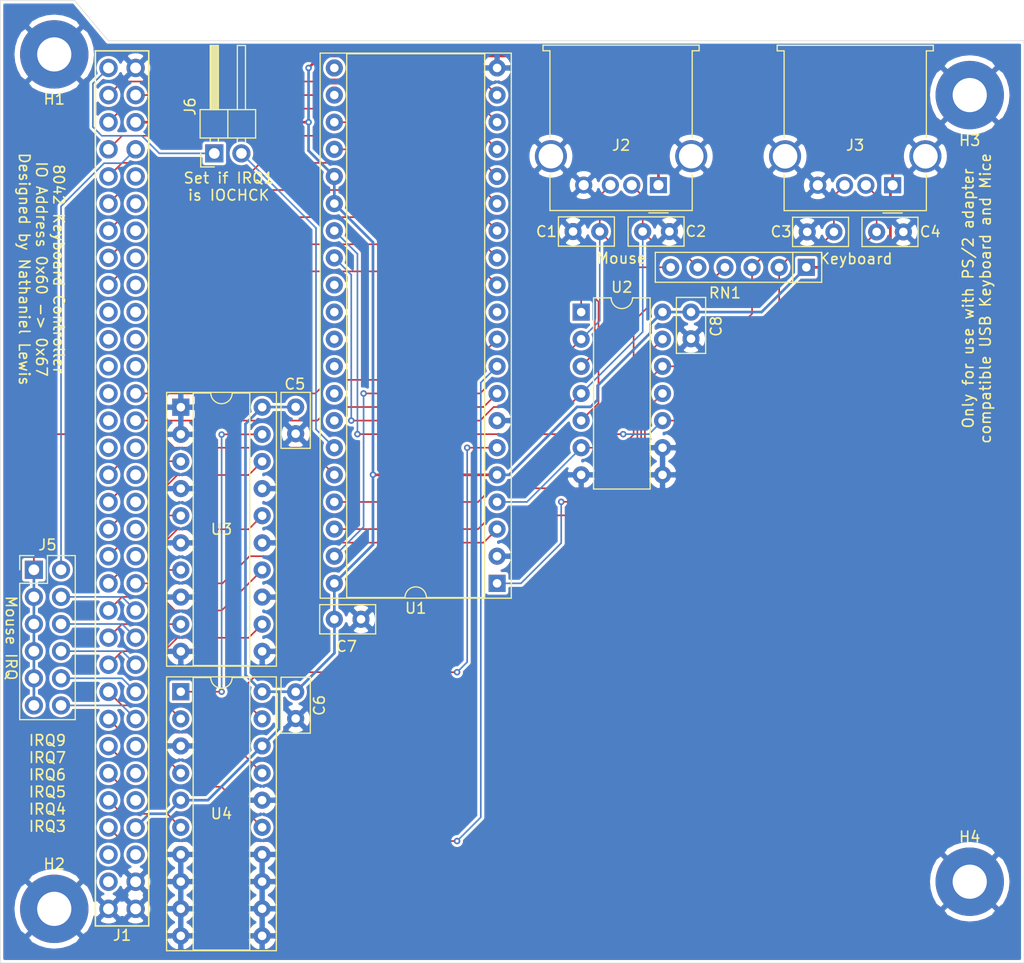
<source format=kicad_pcb>
(kicad_pcb (version 20171130) (host pcbnew 5.1.9)
  (layers (0 F.Cu signal) (31 B.Cu signal) (34 B.Paste user) (35 F.Paste user) (36 B.SilkS user) (37 F.SilkS user) (38 B.Mask user) (39 F.Mask user) (44 Edge.Cuts user))
  (net 0 "")
  (net 1 "Net-(J1-Pad10A)")
  (net 2 "Net-(J1-Pad11A)")
  (net 3 GND)
  (net 4 "Net-(J1-Pad5B)")
  (net 5 "Net-(J1-Pad6B)")
  (net 6 "Net-(J1-Pad7B)")
  (net 7 "Net-(J1-Pad8B)")
  (net 8 "Net-(J1-Pad9B)")
  (net 9 "Net-(J1-Pad10B)")
  (net 10 "Net-(J1-Pad17B)")
  (net 11 "Net-(J1-Pad18B)")
  (net 12 "Net-(J1-Pad26B)")
  (net 13 "Net-(J1-Pad27B)")
  (net 14 "Net-(J1-Pad28B)")
  (net 15 "Net-(J1-Pad30B)")
  (net 16 ~IOR)
  (net 17 ~IOW)
  (net 18 ~RESET)
  (net 19 /D0)
  (net 20 /D1)
  (net 21 /D2)
  (net 22 /D3)
  (net 23 /D4)
  (net 24 /D5)
  (net 25 /D6)
  (net 26 /D7)
  (net 27 "Net-(U1-Pad38)")
  (net 28 "Net-(U1-Pad37)")
  (net 29 "Net-(U1-Pad34)")
  (net 30 "Net-(U1-Pad33)")
  (net 31 "Net-(U1-Pad32)")
  (net 32 "Net-(U1-Pad31)")
  (net 33 "Net-(U1-Pad11)")
  (net 34 "Net-(U1-Pad30)")
  (net 35 "Net-(U1-Pad29)")
  (net 36 "Net-(U1-Pad24)")
  (net 37 "Net-(U1-Pad23)")
  (net 38 "Net-(U1-Pad22)")
  (net 39 "Net-(U1-Pad21)")
  (net 40 /KBD_CLK)
  (net 41 /KBD_DATA)
  (net 42 /MS_CLK)
  (net 43 /MS_DATA)
  (net 44 +5V)
  (net 45 CLK)
  (net 46 /A0)
  (net 47 /A1)
  (net 48 /A2)
  (net 49 /A3)
  (net 50 /A4)
  (net 51 /A5)
  (net 52 /A6)
  (net 53 /A7)
  (net 54 /A8)
  (net 55 /A9)
  (net 56 /A10)
  (net 57 /A11)
  (net 58 /A12)
  (net 59 /A13)
  (net 60 /A14)
  (net 61 /A15)
  (net 62 ~8242_CS)
  (net 63 "Net-(U3-Pad19)")
  (net 64 ~IRQ3)
  (net 65 ~IRQ4)
  (net 66 ~IRQ5)
  (net 67 ~IRQ6)
  (net 68 ~IRQ7)
  (net 69 ~IRQ9)
  (net 70 ~IRQ_MS)
  (net 71 ~IRQ_KBD)
  (net 72 ~IRQ1)
  (net 73 "Net-(J1-Pad19B)")
  (net 74 "Net-(J1-Pad16B)")
  (net 75 "Net-(J1-Pad15B)")
  (net 76 "Net-(J1-Pad12B)")
  (net 77 "Net-(J1-Pad11B)")
  (net 78 "Net-(J1-Pad15A)")
  (net 79 "Net-(J1-Pad14A)")
  (net 80 "Net-(J1-Pad13A)")
  (net 81 "Net-(J1-Pad12A)")
  (net 82 "Net-(J1-Pad2B)")
  (module Resistor_THT:R_Array_SIP6 (layer F.Cu) (at 176.4665 80.9625 180)
    (fp_text reference RN1 (at 7.62 -2.4) (layer F.SilkS))
    (fp_text value 10K)
    (pad 6 thru_hole oval (at 12.7 0 180) (size 1.6 1.6) (drill 0.8) (layers *.Cu *.Mask) (net 42 /MS_CLK))
    (pad 5 thru_hole oval (at 10.16 0 180) (size 1.6 1.6) (drill 0.8) (layers *.Cu *.Mask) (net 43 /MS_DATA))
    (pad 4 thru_hole oval (at 7.62 0 180) (size 1.6 1.6) (drill 0.8) (layers *.Cu *.Mask) (net 18 ~RESET))
    (pad 3 thru_hole oval (at 5.08 0 180) (size 1.6 1.6) (drill 0.8) (layers *.Cu *.Mask) (net 40 /KBD_CLK))
    (pad 2 thru_hole oval (at 2.54 0 180) (size 1.6 1.6) (drill 0.8) (layers *.Cu *.Mask) (net 41 /KBD_DATA))
    (pad 1 thru_hole rect (at 0 0 180) (size 1.6 1.6) (drill 0.8) (layers *.Cu *.Mask) (net 44 +5V))
  )
  (module Capacitor_THT:C_Disc_D5.0mm_W2.5mm_P2.50mm (layer F.Cu) (at 165.6715 85.1535 270)
    (fp_text reference C8 (at 1.3335 -2.3495 90) (layer F.SilkS))
    (fp_text value 0.1uF)
    (pad 2 thru_hole circle (at 2.5 0 270) (size 1.6 1.6) (drill 0.8) (layers *.Cu *.Mask) (net 3 GND))
    (pad 1 thru_hole circle (at 0 0 270) (size 1.6 1.6) (drill 0.8) (layers *.Cu *.Mask) (net 44 +5V))
  )
  (module Capacitor_THT:C_Disc_D5.0mm_W2.5mm_P2.50mm (layer F.Cu) (at 132.2705 113.919)
    (fp_text reference C7 (at 1.143 2.54) (layer F.SilkS))
    (fp_text value 0.1uF)
    (pad 2 thru_hole circle (at 2.5 0) (size 1.6 1.6) (drill 0.8) (layers *.Cu *.Mask) (net 3 GND))
    (pad 1 thru_hole circle (at 0 0) (size 1.6 1.6) (drill 0.8) (layers *.Cu *.Mask) (net 44 +5V))
  )
  (module Capacitor_THT:C_Disc_D5.0mm_W2.5mm_P2.50mm (layer F.Cu) (at 128.651 120.7135 270)
    (fp_text reference C6 (at 1.27 -2.2225 90) (layer F.SilkS))
    (fp_text value 0.1uF)
    (pad 2 thru_hole circle (at 2.5 0 270) (size 1.6 1.6) (drill 0.8) (layers *.Cu *.Mask) (net 3 GND))
    (pad 1 thru_hole circle (at 0 0 270) (size 1.6 1.6) (drill 0.8) (layers *.Cu *.Mask) (net 44 +5V))
  )
  (module Capacitor_THT:C_Disc_D5.0mm_W2.5mm_P2.50mm (layer F.Cu) (at 128.651 94.0435 270)
    (fp_text reference C5 (at -2.1463 0.0762 180) (layer F.SilkS))
    (fp_text value 0.1uF)
    (pad 2 thru_hole circle (at 2.5 0 270) (size 1.6 1.6) (drill 0.8) (layers *.Cu *.Mask) (net 3 GND))
    (pad 1 thru_hole circle (at 0 0 270) (size 1.6 1.6) (drill 0.8) (layers *.Cu *.Mask) (net 44 +5V))
  )
  (module Capacitor_THT:C_Disc_D5.0mm_W2.5mm_P2.50mm (layer F.Cu) (at 157.1244 77.6097 180)
    (fp_text reference C1 (at 4.9944 -0.00254) (layer F.SilkS))
    (fp_text value 47pF)
    (pad 2 thru_hole circle (at 2.5 0 180) (size 1.6 1.6) (drill 0.8) (layers *.Cu *.Mask) (net 3 GND))
    (pad 1 thru_hole circle (at 0 0 180) (size 1.6 1.6) (drill 0.8) (layers *.Cu *.Mask) (net 42 /MS_CLK))
  )
  (module Connector_PinHeader_2.54mm:PinHeader_1x02_P2.54mm_Horizontal (layer F.Cu) (at 121.031 70.2945 90)
    (fp_text reference J6 (at 4.385 -2.27 90) (layer F.SilkS))
    (fp_text value IRQ1)
    (pad 2 thru_hole oval (at 0 2.54 90) (size 1.7 1.7) (drill 1) (layers *.Cu *.Mask) (net 71 ~IRQ_KBD))
    (pad 1 thru_hole rect (at 0 0 90) (size 1.7 1.7) (drill 1) (layers *.Cu *.Mask) (net 72 ~IRQ1))
  )
  (module Connector_USB:USB_A_Molex_67643_Horizontal (layer F.Cu) (at 184.54624 73.27392 180)
    (fp_text reference J3 (at 3.50774 3.74142) (layer F.SilkS))
    (fp_text value Keyboard)
    (pad 4 thru_hole circle (at 7 0 180) (size 1.6 1.6) (drill 0.95) (layers *.Cu *.Mask) (net 3 GND))
    (pad 3 thru_hole circle (at 4.5 0 180) (size 1.6 1.6) (drill 0.95) (layers *.Cu *.Mask) (net 40 /KBD_CLK))
    (pad 2 thru_hole circle (at 2.5 0 180) (size 1.6 1.6) (drill 0.95) (layers *.Cu *.Mask) (net 41 /KBD_DATA))
    (pad 1 thru_hole rect (at 0 0 180) (size 1.6 1.5) (drill 0.95) (layers *.Cu *.Mask) (net 44 +5V))
    (pad 5 thru_hole circle (at 10.07 2.71 180) (size 3 3) (drill 2.3) (layers *.Cu *.Mask) (net 3 GND))
    (pad 5 thru_hole circle (at -3.07 2.71 180) (size 3 3) (drill 2.3) (layers *.Cu *.Mask) (net 3 GND))
  )
  (module Connector_PinHeader_2.54mm:PinHeader_2x06_P2.54mm_Vertical (layer F.Cu) (at 104.14 109.2835)
    (fp_text reference J5 (at 1.27 -2.33) (layer F.SilkS))
    (fp_text value "Mouse IRQ")
    (pad 12 thru_hole oval (at 2.54 12.7) (size 1.7 1.7) (drill 1) (layers *.Cu *.Mask) (net 64 ~IRQ3))
    (pad 11 thru_hole oval (at 0 12.7) (size 1.7 1.7) (drill 1) (layers *.Cu *.Mask) (net 70 ~IRQ_MS))
    (pad 10 thru_hole oval (at 2.54 10.16) (size 1.7 1.7) (drill 1) (layers *.Cu *.Mask) (net 65 ~IRQ4))
    (pad 9 thru_hole oval (at 0 10.16) (size 1.7 1.7) (drill 1) (layers *.Cu *.Mask) (net 70 ~IRQ_MS))
    (pad 8 thru_hole oval (at 2.54 7.62) (size 1.7 1.7) (drill 1) (layers *.Cu *.Mask) (net 66 ~IRQ5))
    (pad 7 thru_hole oval (at 0 7.62) (size 1.7 1.7) (drill 1) (layers *.Cu *.Mask) (net 70 ~IRQ_MS))
    (pad 6 thru_hole oval (at 2.54 5.08) (size 1.7 1.7) (drill 1) (layers *.Cu *.Mask) (net 67 ~IRQ6))
    (pad 5 thru_hole oval (at 0 5.08) (size 1.7 1.7) (drill 1) (layers *.Cu *.Mask) (net 70 ~IRQ_MS))
    (pad 4 thru_hole oval (at 2.54 2.54) (size 1.7 1.7) (drill 1) (layers *.Cu *.Mask) (net 68 ~IRQ7))
    (pad 3 thru_hole oval (at 0 2.54) (size 1.7 1.7) (drill 1) (layers *.Cu *.Mask) (net 70 ~IRQ_MS))
    (pad 2 thru_hole oval (at 2.54 0) (size 1.7 1.7) (drill 1) (layers *.Cu *.Mask) (net 69 ~IRQ9))
    (pad 1 thru_hole rect (at 0 0) (size 1.7 1.7) (drill 1) (layers *.Cu *.Mask) (net 70 ~IRQ_MS))
  )
  (module Package_DIP:DIP-20_W7.62mm_Socket (layer F.Cu) (at 117.89156 120.7008)
    (fp_text reference U4 (at 3.80492 11.42492) (layer F.SilkS))
    (fp_text value 74LS688)
    (pad 20 thru_hole oval (at 7.62 0) (size 1.6 1.6) (drill 0.8) (layers *.Cu *.Mask) (net 44 +5V))
    (pad 10 thru_hole oval (at 0 22.86) (size 1.6 1.6) (drill 0.8) (layers *.Cu *.Mask) (net 3 GND))
    (pad 19 thru_hole oval (at 7.62 2.54) (size 1.6 1.6) (drill 0.8) (layers *.Cu *.Mask) (net 62 ~8242_CS))
    (pad 9 thru_hole oval (at 0 20.32) (size 1.6 1.6) (drill 0.8) (layers *.Cu *.Mask) (net 3 GND))
    (pad 18 thru_hole oval (at 7.62 5.08) (size 1.6 1.6) (drill 0.8) (layers *.Cu *.Mask) (net 44 +5V))
    (pad 8 thru_hole oval (at 0 17.78) (size 1.6 1.6) (drill 0.8) (layers *.Cu *.Mask) (net 3 GND))
    (pad 17 thru_hole oval (at 7.62 7.62) (size 1.6 1.6) (drill 0.8) (layers *.Cu *.Mask) (net 52 /A6))
    (pad 7 thru_hole oval (at 0 15.24) (size 1.6 1.6) (drill 0.8) (layers *.Cu *.Mask) (net 3 GND))
    (pad 16 thru_hole oval (at 7.62 10.16) (size 1.6 1.6) (drill 0.8) (layers *.Cu *.Mask) (net 3 GND))
    (pad 6 thru_hole oval (at 0 12.7) (size 1.6 1.6) (drill 0.8) (layers *.Cu *.Mask) (net 49 /A3))
    (pad 15 thru_hole oval (at 7.62 12.7) (size 1.6 1.6) (drill 0.8) (layers *.Cu *.Mask) (net 50 /A4))
    (pad 5 thru_hole oval (at 0 10.16) (size 1.6 1.6) (drill 0.8) (layers *.Cu *.Mask) (net 44 +5V))
    (pad 14 thru_hole oval (at 7.62 15.24) (size 1.6 1.6) (drill 0.8) (layers *.Cu *.Mask) (net 3 GND))
    (pad 4 thru_hole oval (at 0 7.62) (size 1.6 1.6) (drill 0.8) (layers *.Cu *.Mask) (net 51 /A5))
    (pad 13 thru_hole oval (at 7.62 17.78) (size 1.6 1.6) (drill 0.8) (layers *.Cu *.Mask) (net 3 GND))
    (pad 3 thru_hole oval (at 0 5.08) (size 1.6 1.6) (drill 0.8) (layers *.Cu *.Mask) (net 3 GND))
    (pad 12 thru_hole oval (at 7.62 20.32) (size 1.6 1.6) (drill 0.8) (layers *.Cu *.Mask) (net 3 GND))
    (pad 2 thru_hole oval (at 0 2.54) (size 1.6 1.6) (drill 0.8) (layers *.Cu *.Mask) (net 53 /A7))
    (pad 11 thru_hole oval (at 7.62 22.86) (size 1.6 1.6) (drill 0.8) (layers *.Cu *.Mask) (net 3 GND))
    (pad 1 thru_hole rect (at 0 0) (size 1.6 1.6) (drill 0.8) (layers *.Cu *.Mask) (net 63 "Net-(U3-Pad19)"))
  )
  (module Package_DIP:DIP-20_W7.62mm_Socket (layer F.Cu) (at 117.89664 94.06128)
    (fp_text reference U3 (at 3.81 11.42872) (layer F.SilkS))
    (fp_text value 74LS688)
    (pad 20 thru_hole oval (at 7.62 0) (size 1.6 1.6) (drill 0.8) (layers *.Cu *.Mask) (net 44 +5V))
    (pad 10 thru_hole oval (at 0 22.86) (size 1.6 1.6) (drill 0.8) (layers *.Cu *.Mask) (net 3 GND))
    (pad 19 thru_hole oval (at 7.62 2.54) (size 1.6 1.6) (drill 0.8) (layers *.Cu *.Mask) (net 63 "Net-(U3-Pad19)"))
    (pad 9 thru_hole oval (at 0 20.32) (size 1.6 1.6) (drill 0.8) (layers *.Cu *.Mask) (net 55 /A9))
    (pad 18 thru_hole oval (at 7.62 5.08) (size 1.6 1.6) (drill 0.8) (layers *.Cu *.Mask) (net 60 /A14))
    (pad 8 thru_hole oval (at 0 17.78) (size 1.6 1.6) (drill 0.8) (layers *.Cu *.Mask) (net 3 GND))
    (pad 17 thru_hole oval (at 7.62 7.62) (size 1.6 1.6) (drill 0.8) (layers *.Cu *.Mask) (net 3 GND))
    (pad 7 thru_hole oval (at 0 15.24) (size 1.6 1.6) (drill 0.8) (layers *.Cu *.Mask) (net 57 /A11))
    (pad 16 thru_hole oval (at 7.62 10.16) (size 1.6 1.6) (drill 0.8) (layers *.Cu *.Mask) (net 58 /A12))
    (pad 6 thru_hole oval (at 0 12.7) (size 1.6 1.6) (drill 0.8) (layers *.Cu *.Mask) (net 3 GND))
    (pad 15 thru_hole oval (at 7.62 12.7) (size 1.6 1.6) (drill 0.8) (layers *.Cu *.Mask) (net 3 GND))
    (pad 5 thru_hole oval (at 0 10.16) (size 1.6 1.6) (drill 0.8) (layers *.Cu *.Mask) (net 59 /A13))
    (pad 14 thru_hole oval (at 7.62 15.24) (size 1.6 1.6) (drill 0.8) (layers *.Cu *.Mask) (net 56 /A10))
    (pad 4 thru_hole oval (at 0 7.62) (size 1.6 1.6) (drill 0.8) (layers *.Cu *.Mask) (net 3 GND))
    (pad 13 thru_hole oval (at 7.62 17.78) (size 1.6 1.6) (drill 0.8) (layers *.Cu *.Mask) (net 3 GND))
    (pad 3 thru_hole oval (at 0 5.08) (size 1.6 1.6) (drill 0.8) (layers *.Cu *.Mask) (net 61 /A15))
    (pad 12 thru_hole oval (at 7.62 20.32) (size 1.6 1.6) (drill 0.8) (layers *.Cu *.Mask) (net 54 /A8))
    (pad 2 thru_hole oval (at 0 2.54) (size 1.6 1.6) (drill 0.8) (layers *.Cu *.Mask) (net 3 GND))
    (pad 11 thru_hole oval (at 7.62 22.86) (size 1.6 1.6) (drill 0.8) (layers *.Cu *.Mask) (net 3 GND))
    (pad 1 thru_hole rect (at 0 0) (size 1.6 1.6) (drill 0.8) (layers *.Cu *.Mask) (net 3 GND))
  )
  (module Package_DIP:DIP-14_W7.62mm (layer F.Cu) (at 155.3845 85.1535)
    (fp_text reference U2 (at 3.81 -2.33) (layer F.SilkS))
    (fp_text value 74LS06)
    (pad 1 thru_hole rect (at 0 0) (size 1.6 1.6) (drill 0.8) (layers *.Cu *.Mask) (net 36 "Net-(U1-Pad24)"))
    (pad 8 thru_hole oval (at 7.62 15.24) (size 1.6 1.6) (drill 0.8) (layers *.Cu *.Mask) (net 3 GND))
    (pad 2 thru_hole oval (at 0 2.54) (size 1.6 1.6) (drill 0.8) (layers *.Cu *.Mask) (net 42 /MS_CLK))
    (pad 9 thru_hole oval (at 7.62 12.7) (size 1.6 1.6) (drill 0.8) (layers *.Cu *.Mask) (net 3 GND))
    (pad 3 thru_hole oval (at 0 5.08) (size 1.6 1.6) (drill 0.8) (layers *.Cu *.Mask) (net 37 "Net-(U1-Pad23)"))
    (pad 10 thru_hole oval (at 7.62 10.16) (size 1.6 1.6) (drill 0.8) (layers *.Cu *.Mask) (net 41 /KBD_DATA))
    (pad 4 thru_hole oval (at 0 7.62) (size 1.6 1.6) (drill 0.8) (layers *.Cu *.Mask) (net 43 /MS_DATA))
    (pad 11 thru_hole oval (at 7.62 7.62) (size 1.6 1.6) (drill 0.8) (layers *.Cu *.Mask) (net 27 "Net-(U1-Pad38)"))
    (pad 5 thru_hole oval (at 0 10.16) (size 1.6 1.6) (drill 0.8) (layers *.Cu *.Mask) (net 82 "Net-(J1-Pad2B)"))
    (pad 12 thru_hole oval (at 7.62 5.08) (size 1.6 1.6) (drill 0.8) (layers *.Cu *.Mask) (net 40 /KBD_CLK))
    (pad 6 thru_hole oval (at 0 12.7) (size 1.6 1.6) (drill 0.8) (layers *.Cu *.Mask) (net 18 ~RESET))
    (pad 13 thru_hole oval (at 7.62 2.54) (size 1.6 1.6) (drill 0.8) (layers *.Cu *.Mask) (net 28 "Net-(U1-Pad37)"))
    (pad 7 thru_hole oval (at 0 15.24) (size 1.6 1.6) (drill 0.8) (layers *.Cu *.Mask) (net 3 GND))
    (pad 14 thru_hole oval (at 7.62 0) (size 1.6 1.6) (drill 0.8) (layers *.Cu *.Mask) (net 44 +5V))
  )
  (module Capacitor_THT:C_Disc_D5.0mm_W2.5mm_P2.50mm (layer F.Cu) (at 185.55196 77.64526 180)
    (fp_text reference C4 (at -2.5198 0.01016) (layer F.SilkS))
    (fp_text value 47pF)
    (pad 2 thru_hole circle (at 2.5 0 180) (size 1.6 1.6) (drill 0.8) (layers *.Cu *.Mask) (net 41 /KBD_DATA))
    (pad 1 thru_hole circle (at 0 0 180) (size 1.6 1.6) (drill 0.8) (layers *.Cu *.Mask) (net 3 GND))
  )
  (module Capacitor_THT:C_Disc_D5.0mm_W2.5mm_P2.50mm (layer F.Cu) (at 179.05044 77.64526 180)
    (fp_text reference C3 (at 4.94868 0.01524) (layer F.SilkS))
    (fp_text value 47pF)
    (pad 2 thru_hole circle (at 2.5 0 180) (size 1.6 1.6) (drill 0.8) (layers *.Cu *.Mask) (net 3 GND))
    (pad 1 thru_hole circle (at 0 0 180) (size 1.6 1.6) (drill 0.8) (layers *.Cu *.Mask) (net 40 /KBD_CLK))
  )
  (module Capacitor_THT:C_Disc_D5.0mm_W2.5mm_P2.50mm (layer F.Cu) (at 163.64776 77.6097 180)
    (fp_text reference C2 (at -2.4798 0.0127) (layer F.SilkS))
    (fp_text value 47pF)
    (pad 2 thru_hole circle (at 2.5 0 180) (size 1.6 1.6) (drill 0.8) (layers *.Cu *.Mask) (net 43 /MS_DATA))
    (pad 1 thru_hole circle (at 0 0 180) (size 1.6 1.6) (drill 0.8) (layers *.Cu *.Mask) (net 3 GND))
  )
  (module Connector_USB:USB_A_Molex_67643_Horizontal (layer F.Cu) (at 162.62096 73.26376 180)
    (fp_text reference J2 (at 3.48996 3.73126) (layer F.SilkS))
    (fp_text value Mouse)
    (pad 4 thru_hole circle (at 7 0 180) (size 1.6 1.6) (drill 0.95) (layers *.Cu *.Mask) (net 3 GND))
    (pad 3 thru_hole circle (at 4.5 0 180) (size 1.6 1.6) (drill 0.95) (layers *.Cu *.Mask) (net 42 /MS_CLK))
    (pad 2 thru_hole circle (at 2.5 0 180) (size 1.6 1.6) (drill 0.95) (layers *.Cu *.Mask) (net 43 /MS_DATA))
    (pad 1 thru_hole rect (at 0 0 180) (size 1.6 1.5) (drill 0.95) (layers *.Cu *.Mask) (net 44 +5V))
    (pad 5 thru_hole circle (at 10.07 2.71 180) (size 3 3) (drill 2.3) (layers *.Cu *.Mask) (net 3 GND))
    (pad 5 thru_hole circle (at -3.07 2.71 180) (size 3 3) (drill 2.3) (layers *.Cu *.Mask) (net 3 GND))
  )
  (module Package_DIP:DIP-40_W15.24mm_Socket (layer F.Cu) (at 147.5105 110.5535 180)
    (fp_text reference U1 (at 7.62 -2.33) (layer F.SilkS))
    (fp_text value 8242KBD)
    (pad 40 thru_hole oval (at 15.24 0 180) (size 1.6 1.6) (drill 0.8) (layers *.Cu *.Mask) (net 44 +5V))
    (pad 20 thru_hole oval (at 0 48.26 180) (size 1.6 1.6) (drill 0.8) (layers *.Cu *.Mask) (net 3 GND))
    (pad 39 thru_hole oval (at 15.24 2.54 180) (size 1.6 1.6) (drill 0.8) (layers *.Cu *.Mask) (net 42 /MS_CLK))
    (pad 19 thru_hole oval (at 0 45.72 180) (size 1.6 1.6) (drill 0.8) (layers *.Cu *.Mask) (net 26 /D7))
    (pad 38 thru_hole oval (at 15.24 5.08 180) (size 1.6 1.6) (drill 0.8) (layers *.Cu *.Mask) (net 27 "Net-(U1-Pad38)"))
    (pad 18 thru_hole oval (at 0 43.18 180) (size 1.6 1.6) (drill 0.8) (layers *.Cu *.Mask) (net 25 /D6))
    (pad 37 thru_hole oval (at 15.24 7.62 180) (size 1.6 1.6) (drill 0.8) (layers *.Cu *.Mask) (net 28 "Net-(U1-Pad37)"))
    (pad 17 thru_hole oval (at 0 40.64 180) (size 1.6 1.6) (drill 0.8) (layers *.Cu *.Mask) (net 24 /D5))
    (pad 36 thru_hole oval (at 15.24 10.16 180) (size 1.6 1.6) (drill 0.8) (layers *.Cu *.Mask) (net 70 ~IRQ_MS))
    (pad 16 thru_hole oval (at 0 38.1 180) (size 1.6 1.6) (drill 0.8) (layers *.Cu *.Mask) (net 23 /D4))
    (pad 35 thru_hole oval (at 15.24 12.7 180) (size 1.6 1.6) (drill 0.8) (layers *.Cu *.Mask) (net 71 ~IRQ_KBD))
    (pad 15 thru_hole oval (at 0 35.56 180) (size 1.6 1.6) (drill 0.8) (layers *.Cu *.Mask) (net 22 /D3))
    (pad 34 thru_hole oval (at 15.24 15.24 180) (size 1.6 1.6) (drill 0.8) (layers *.Cu *.Mask) (net 29 "Net-(U1-Pad34)"))
    (pad 14 thru_hole oval (at 0 33.02 180) (size 1.6 1.6) (drill 0.8) (layers *.Cu *.Mask) (net 21 /D2))
    (pad 33 thru_hole oval (at 15.24 17.78 180) (size 1.6 1.6) (drill 0.8) (layers *.Cu *.Mask) (net 30 "Net-(U1-Pad33)"))
    (pad 13 thru_hole oval (at 0 30.48 180) (size 1.6 1.6) (drill 0.8) (layers *.Cu *.Mask) (net 20 /D1))
    (pad 32 thru_hole oval (at 15.24 20.32 180) (size 1.6 1.6) (drill 0.8) (layers *.Cu *.Mask) (net 31 "Net-(U1-Pad32)"))
    (pad 12 thru_hole oval (at 0 27.94 180) (size 1.6 1.6) (drill 0.8) (layers *.Cu *.Mask) (net 19 /D0))
    (pad 31 thru_hole oval (at 15.24 22.86 180) (size 1.6 1.6) (drill 0.8) (layers *.Cu *.Mask) (net 32 "Net-(U1-Pad31)"))
    (pad 11 thru_hole oval (at 0 25.4 180) (size 1.6 1.6) (drill 0.8) (layers *.Cu *.Mask) (net 33 "Net-(U1-Pad11)"))
    (pad 30 thru_hole oval (at 15.24 25.4 180) (size 1.6 1.6) (drill 0.8) (layers *.Cu *.Mask) (net 34 "Net-(U1-Pad30)"))
    (pad 10 thru_hole oval (at 0 22.86 180) (size 1.6 1.6) (drill 0.8) (layers *.Cu *.Mask) (net 17 ~IOW))
    (pad 29 thru_hole oval (at 15.24 27.94 180) (size 1.6 1.6) (drill 0.8) (layers *.Cu *.Mask) (net 35 "Net-(U1-Pad29)"))
    (pad 9 thru_hole oval (at 0 20.32 180) (size 1.6 1.6) (drill 0.8) (layers *.Cu *.Mask) (net 48 /A2))
    (pad 28 thru_hole oval (at 15.24 30.48 180) (size 1.6 1.6) (drill 0.8) (layers *.Cu *.Mask) (net 43 /MS_DATA))
    (pad 8 thru_hole oval (at 0 17.78 180) (size 1.6 1.6) (drill 0.8) (layers *.Cu *.Mask) (net 16 ~IOR))
    (pad 27 thru_hole oval (at 15.24 33.02 180) (size 1.6 1.6) (drill 0.8) (layers *.Cu *.Mask) (net 41 /KBD_DATA))
    (pad 7 thru_hole oval (at 0 15.24 180) (size 1.6 1.6) (drill 0.8) (layers *.Cu *.Mask) (net 3 GND))
    (pad 26 thru_hole oval (at 15.24 35.56 180) (size 1.6 1.6) (drill 0.8) (layers *.Cu *.Mask) (net 44 +5V))
    (pad 6 thru_hole oval (at 0 12.7 180) (size 1.6 1.6) (drill 0.8) (layers *.Cu *.Mask) (net 62 ~8242_CS))
    (pad 25 thru_hole oval (at 15.24 38.1 180) (size 1.6 1.6) (drill 0.8) (layers *.Cu *.Mask) (net 44 +5V))
    (pad 5 thru_hole oval (at 0 10.16 180) (size 1.6 1.6) (drill 0.8) (layers *.Cu *.Mask) (net 44 +5V))
    (pad 24 thru_hole oval (at 15.24 40.64 180) (size 1.6 1.6) (drill 0.8) (layers *.Cu *.Mask) (net 36 "Net-(U1-Pad24)"))
    (pad 4 thru_hole oval (at 0 7.62 180) (size 1.6 1.6) (drill 0.8) (layers *.Cu *.Mask) (net 18 ~RESET))
    (pad 23 thru_hole oval (at 15.24 43.18 180) (size 1.6 1.6) (drill 0.8) (layers *.Cu *.Mask) (net 37 "Net-(U1-Pad23)"))
    (pad 3 thru_hole oval (at 0 5.08 180) (size 1.6 1.6) (drill 0.8) (layers *.Cu *.Mask) (net 45 CLK))
    (pad 22 thru_hole oval (at 15.24 45.72 180) (size 1.6 1.6) (drill 0.8) (layers *.Cu *.Mask) (net 38 "Net-(U1-Pad22)"))
    (pad 2 thru_hole oval (at 0 2.54 180) (size 1.6 1.6) (drill 0.8) (layers *.Cu *.Mask) (net 3 GND))
    (pad 21 thru_hole oval (at 15.24 48.26 180) (size 1.6 1.6) (drill 0.8) (layers *.Cu *.Mask) (net 39 "Net-(U1-Pad21)"))
    (pad 1 thru_hole rect (at 0 0 180) (size 1.6 1.6) (drill 0.8) (layers *.Cu *.Mask) (net 40 /KBD_CLK))
  )
  (module MountingHole:MountingHole_3.2mm_M3_Pad (layer F.Cu) (at 191.77 138.4935)
    (fp_text reference H4 (at 0 -4.2) (layer F.SilkS))
    (fp_text value " ")
    (pad 1 thru_hole circle (at 0 0) (size 6.4 6.4) (drill 3.2) (layers *.Cu *.Mask) (net 3 GND))
  )
  (module MountingHole:MountingHole_3.2mm_M3_Pad (layer F.Cu) (at 191.77 64.8335)
    (fp_text reference H3 (at 0 4.2545) (layer F.SilkS))
    (fp_text value " ")
    (pad 1 thru_hole circle (at 0 0) (size 6.4 6.4) (drill 3.2) (layers *.Cu *.Mask) (net 3 GND))
  )
  (module MountingHole:MountingHole_3.2mm_M3_Pad (layer F.Cu) (at 106.045 141.0335)
    (fp_text reference H2 (at 0 -4.2) (layer F.SilkS))
    (fp_text value " ")
    (pad 1 thru_hole circle (at 0 0) (size 6.4 6.4) (drill 3.2) (layers *.Cu *.Mask) (net 3 GND))
  )
  (module MountingHole:MountingHole_3.2mm_M3_Pad (layer F.Cu) (at 106.045 61.0235)
    (fp_text reference H1 (at 0 4.191) (layer F.SilkS))
    (fp_text value " ")
    (pad 1 thru_hole circle (at 0 0) (size 6.4 6.4) (drill 3.2) (layers *.Cu *.Mask) (net 3 GND))
  )
  (module SFUSat:PC104-8bit (layer F.Cu) (at 112.395 101.6635 180)
    (fp_text reference J1 (at 0 -41.8465) (layer F.SilkS))
    (fp_text value PC104-8BIT)
    (pad 32B thru_hole circle (at -1.27 -39.37 180) (size 1.72 1.72) (drill 1.02) (layers *.Cu *.Mask) (net 3 GND))
    (pad 31B thru_hole circle (at -1.27 -36.83 180) (size 1.72 1.72) (drill 1.02) (layers *.Cu *.Mask) (net 3 GND))
    (pad 30B thru_hole circle (at -1.27 -34.29 180) (size 1.72 1.72) (drill 1.02) (layers *.Cu *.Mask) (net 15 "Net-(J1-Pad30B)"))
    (pad 29B thru_hole circle (at -1.27 -31.75 180) (size 1.72 1.72) (drill 1.02) (layers *.Cu *.Mask) (net 44 +5V))
    (pad 28B thru_hole circle (at -1.27 -29.21 180) (size 1.72 1.72) (drill 1.02) (layers *.Cu *.Mask) (net 14 "Net-(J1-Pad28B)"))
    (pad 27B thru_hole circle (at -1.27 -26.67 180) (size 1.72 1.72) (drill 1.02) (layers *.Cu *.Mask) (net 13 "Net-(J1-Pad27B)"))
    (pad 26B thru_hole circle (at -1.27 -24.13 180) (size 1.72 1.72) (drill 1.02) (layers *.Cu *.Mask) (net 12 "Net-(J1-Pad26B)"))
    (pad 25B thru_hole circle (at -1.27 -21.59 180) (size 1.72 1.72) (drill 1.02) (layers *.Cu *.Mask) (net 64 ~IRQ3))
    (pad 24B thru_hole circle (at -1.27 -19.05 180) (size 1.72 1.72) (drill 1.02) (layers *.Cu *.Mask) (net 65 ~IRQ4))
    (pad 23B thru_hole circle (at -1.27 -16.51 180) (size 1.72 1.72) (drill 1.02) (layers *.Cu *.Mask) (net 66 ~IRQ5))
    (pad 22B thru_hole circle (at -1.27 -13.97 180) (size 1.72 1.72) (drill 1.02) (layers *.Cu *.Mask) (net 67 ~IRQ6))
    (pad 21B thru_hole circle (at -1.27 -11.43 180) (size 1.72 1.72) (drill 1.02) (layers *.Cu *.Mask) (net 68 ~IRQ7))
    (pad 20B thru_hole circle (at -1.27 -8.89 180) (size 1.72 1.72) (drill 1.02) (layers *.Cu *.Mask) (net 45 CLK))
    (pad 19B thru_hole circle (at -1.27 -6.35 180) (size 1.72 1.72) (drill 1.02) (layers *.Cu *.Mask) (net 73 "Net-(J1-Pad19B)"))
    (pad 18B thru_hole circle (at -1.27 -3.81 180) (size 1.72 1.72) (drill 1.02) (layers *.Cu *.Mask) (net 11 "Net-(J1-Pad18B)"))
    (pad 17B thru_hole circle (at -1.27 -1.27 180) (size 1.72 1.72) (drill 1.02) (layers *.Cu *.Mask) (net 10 "Net-(J1-Pad17B)"))
    (pad 16B thru_hole circle (at -1.27 1.27 180) (size 1.72 1.72) (drill 1.02) (layers *.Cu *.Mask) (net 74 "Net-(J1-Pad16B)"))
    (pad 15B thru_hole circle (at -1.27 3.81 180) (size 1.72 1.72) (drill 1.02) (layers *.Cu *.Mask) (net 75 "Net-(J1-Pad15B)"))
    (pad 14B thru_hole circle (at -1.27 6.35 180) (size 1.72 1.72) (drill 1.02) (layers *.Cu *.Mask) (net 16 ~IOR))
    (pad 13B thru_hole circle (at -1.27 8.89 180) (size 1.72 1.72) (drill 1.02) (layers *.Cu *.Mask) (net 17 ~IOW))
    (pad 12B thru_hole circle (at -1.27 11.43 180) (size 1.72 1.72) (drill 1.02) (layers *.Cu *.Mask) (net 76 "Net-(J1-Pad12B)"))
    (pad 11B thru_hole circle (at -1.27 13.97 180) (size 1.72 1.72) (drill 1.02) (layers *.Cu *.Mask) (net 77 "Net-(J1-Pad11B)"))
    (pad 10B thru_hole circle (at -1.27 16.51 180) (size 1.72 1.72) (drill 1.02) (layers *.Cu *.Mask) (net 9 "Net-(J1-Pad10B)"))
    (pad 9B thru_hole circle (at -1.27 19.05 180) (size 1.72 1.72) (drill 1.02) (layers *.Cu *.Mask) (net 8 "Net-(J1-Pad9B)"))
    (pad 8B thru_hole circle (at -1.27 21.59 180) (size 1.72 1.72) (drill 1.02) (layers *.Cu *.Mask) (net 7 "Net-(J1-Pad8B)"))
    (pad 7B thru_hole circle (at -1.27 24.13 180) (size 1.72 1.72) (drill 1.02) (layers *.Cu *.Mask) (net 6 "Net-(J1-Pad7B)"))
    (pad 6B thru_hole circle (at -1.27 26.67 180) (size 1.72 1.72) (drill 1.02) (layers *.Cu *.Mask) (net 5 "Net-(J1-Pad6B)"))
    (pad 5B thru_hole circle (at -1.27 29.21 180) (size 1.72 1.72) (drill 1.02) (layers *.Cu *.Mask) (net 4 "Net-(J1-Pad5B)"))
    (pad 4B thru_hole circle (at -1.27 31.75 180) (size 1.72 1.72) (drill 1.02) (layers *.Cu *.Mask) (net 69 ~IRQ9))
    (pad 3B thru_hole circle (at -1.27 34.29 180) (size 1.72 1.72) (drill 1.02) (layers *.Cu *.Mask) (net 44 +5V))
    (pad 2B thru_hole circle (at -1.27 36.83 180) (size 1.72 1.72) (drill 1.02) (layers *.Cu *.Mask) (net 82 "Net-(J1-Pad2B)"))
    (pad 1B thru_hole circle (at -1.27 39.37 180) (size 1.72 1.72) (drill 1.02) (layers *.Cu *.Mask) (net 3 GND))
    (pad 32A thru_hole circle (at 1.27 -39.37 180) (size 1.72 1.72) (drill 1.02) (layers *.Cu *.Mask) (net 3 GND))
    (pad 31A thru_hole circle (at 1.27 -36.83 180) (size 1.72 1.72) (drill 1.02) (layers *.Cu *.Mask) (net 46 /A0))
    (pad 30A thru_hole circle (at 1.27 -34.29 180) (size 1.72 1.72) (drill 1.02) (layers *.Cu *.Mask) (net 47 /A1))
    (pad 29A thru_hole circle (at 1.27 -31.75 180) (size 1.72 1.72) (drill 1.02) (layers *.Cu *.Mask) (net 48 /A2))
    (pad 28A thru_hole circle (at 1.27 -29.21 180) (size 1.72 1.72) (drill 1.02) (layers *.Cu *.Mask) (net 49 /A3))
    (pad 27A thru_hole circle (at 1.27 -26.67 180) (size 1.72 1.72) (drill 1.02) (layers *.Cu *.Mask) (net 50 /A4))
    (pad 26A thru_hole circle (at 1.27 -24.13 180) (size 1.72 1.72) (drill 1.02) (layers *.Cu *.Mask) (net 51 /A5))
    (pad 25A thru_hole circle (at 1.27 -21.59 180) (size 1.72 1.72) (drill 1.02) (layers *.Cu *.Mask) (net 52 /A6))
    (pad 24A thru_hole circle (at 1.27 -19.05 180) (size 1.72 1.72) (drill 1.02) (layers *.Cu *.Mask) (net 53 /A7))
    (pad 23A thru_hole circle (at 1.27 -16.51 180) (size 1.72 1.72) (drill 1.02) (layers *.Cu *.Mask) (net 54 /A8))
    (pad 22A thru_hole circle (at 1.27 -13.97 180) (size 1.72 1.72) (drill 1.02) (layers *.Cu *.Mask) (net 55 /A9))
    (pad 21A thru_hole circle (at 1.27 -11.43 180) (size 1.72 1.72) (drill 1.02) (layers *.Cu *.Mask) (net 56 /A10))
    (pad 20A thru_hole circle (at 1.27 -8.89 180) (size 1.72 1.72) (drill 1.02) (layers *.Cu *.Mask) (net 57 /A11))
    (pad 19A thru_hole circle (at 1.27 -6.35 180) (size 1.72 1.72) (drill 1.02) (layers *.Cu *.Mask) (net 58 /A12))
    (pad 18A thru_hole circle (at 1.27 -3.81 180) (size 1.72 1.72) (drill 1.02) (layers *.Cu *.Mask) (net 59 /A13))
    (pad 17A thru_hole circle (at 1.27 -1.27 180) (size 1.72 1.72) (drill 1.02) (layers *.Cu *.Mask) (net 60 /A14))
    (pad 16A thru_hole circle (at 1.27 1.27 180) (size 1.72 1.72) (drill 1.02) (layers *.Cu *.Mask) (net 61 /A15))
    (pad 15A thru_hole circle (at 1.27 3.81 180) (size 1.72 1.72) (drill 1.02) (layers *.Cu *.Mask) (net 78 "Net-(J1-Pad15A)"))
    (pad 14A thru_hole circle (at 1.27 6.35 180) (size 1.72 1.72) (drill 1.02) (layers *.Cu *.Mask) (net 79 "Net-(J1-Pad14A)"))
    (pad 13A thru_hole circle (at 1.27 8.89 180) (size 1.72 1.72) (drill 1.02) (layers *.Cu *.Mask) (net 80 "Net-(J1-Pad13A)"))
    (pad 12A thru_hole circle (at 1.27 11.43 180) (size 1.72 1.72) (drill 1.02) (layers *.Cu *.Mask) (net 81 "Net-(J1-Pad12A)"))
    (pad 11A thru_hole circle (at 1.27 13.97 180) (size 1.72 1.72) (drill 1.02) (layers *.Cu *.Mask) (net 2 "Net-(J1-Pad11A)"))
    (pad 10A thru_hole circle (at 1.27 16.51 180) (size 1.72 1.72) (drill 1.02) (layers *.Cu *.Mask) (net 1 "Net-(J1-Pad10A)"))
    (pad 9A thru_hole circle (at 1.27 19.05 180) (size 1.72 1.72) (drill 1.02) (layers *.Cu *.Mask) (net 19 /D0))
    (pad 8A thru_hole circle (at 1.27 21.59 180) (size 1.72 1.72) (drill 1.02) (layers *.Cu *.Mask) (net 20 /D1))
    (pad 7A thru_hole circle (at 1.27 24.13 180) (size 1.72 1.72) (drill 1.02) (layers *.Cu *.Mask) (net 21 /D2))
    (pad 6A thru_hole circle (at 1.27 26.67 180) (size 1.72 1.72) (drill 1.02) (layers *.Cu *.Mask) (net 22 /D3))
    (pad 5A thru_hole circle (at 1.27 29.21 180) (size 1.72 1.72) (drill 1.02) (layers *.Cu *.Mask) (net 23 /D4))
    (pad 4A thru_hole circle (at 1.27 31.75 180) (size 1.72 1.72) (drill 1.02) (layers *.Cu *.Mask) (net 24 /D5))
    (pad 3A thru_hole circle (at 1.27 34.29 180) (size 1.72 1.72) (drill 1.02) (layers *.Cu *.Mask) (net 25 /D6))
    (pad 2A thru_hole circle (at 1.27 36.83 180) (size 1.72 1.72) (drill 1.02) (layers *.Cu *.Mask) (net 26 /D7))
    (pad 1A thru_hole circle (at 1.27 39.37 180) (size 1.72 1.72) (drill 1.02) (layers *.Cu *.Mask) (net 72 ~IRQ1))
  )
  (gr_line (start 100.9904 146.1008) (end 100.9904 55.9816) (layer Edge.Cuts) (width 0.05))
  (gr_line (start 196.85 146.1008) (end 100.9904 146.1008) (layer Edge.Cuts) (width 0.05))
  (gr_line (start 196.85 59.7408) (end 196.85 146.1008) (layer Edge.Cuts) (width 0.05))
  (gr_line (start 111.0996 59.7408) (end 196.85 59.7408) (layer Edge.Cuts) (width 0.05))
  (gr_line (start 107.95 55.9816) (end 111.0996 59.7408) (layer Edge.Cuts) (width 0.05))
  (gr_line (start 100.9904 55.9816) (end 107.95 55.9816) (layer Edge.Cuts) (width 0.05))
  (gr_text "Only for use with PS/2 adapter\ncompatible USB Keyboard and Mice" (at 192.4304 83.8708 90) (layer F.SilkS) (effects (font (size 1 1))))
  (gr_text "Set if IRQ1\nis IOCHCK" (at 122.3772 73.406) (layer F.SilkS) (effects (font (size 1 1))))
  (gr_text "Mouse IRQ" (at 102.0064 115.6716 270) (layer F.SilkS) (effects (font (size 1 1))))
  (gr_text "IRQ9\nIRQ7\nIRQ6\nIRQ5\nIRQ4\nIRQ3" (at 105.41 129.286) (layer F.SilkS) (effects (font (size 1 1))))
  (gr_text "8042 Keyboard Controller\nIO Address 0x60 -> 0x67\nDesigned by Nathaniel Lewis" (at 104.8512 81.1276 270) (layer F.SilkS) (effects (font (size 1 1))))
  (gr_text Keyboard (at 181.102 80.1624) (layer F.SilkS) (effects (font (size 1 1))))
  (gr_text Mouse (at 159.1564 80.1116) (layer F.SilkS) (effects (font (size 1 1))))
  (segment (start 146.2405 94.0435) (end 147.5105 92.7735) (width 0.1524) (layer F.Cu) (net 16))
  (segment (start 131.947722 94.0435) (end 146.2405 94.0435) (width 0.1524) (layer F.Cu) (net 16))
  (segment (start 130.677722 95.3135) (end 131.947722 94.0435) (width 0.1524) (layer F.Cu) (net 16))
  (segment (start 113.665 95.3135) (end 130.677722 95.3135) (width 0.1524) (layer F.Cu) (net 16))
  (segment (start 143.7005 91.5035) (end 147.5105 87.6935) (width 0.1524) (layer F.Cu) (net 17))
  (segment (start 131.7625 91.5035) (end 143.7005 91.5035) (width 0.1524) (layer F.Cu) (net 17))
  (segment (start 130.4925 92.7735) (end 131.7625 91.5035) (width 0.1524) (layer F.Cu) (net 17))
  (segment (start 113.665 92.7735) (end 130.4925 92.7735) (width 0.1524) (layer F.Cu) (net 17))
  (segment (start 150.3045 102.9335) (end 155.3845 97.8535) (width 0.1524) (layer B.Cu) (net 18))
  (segment (start 147.5105 102.9335) (end 150.3045 102.9335) (width 0.1524) (layer B.Cu) (net 18))
  (segment (start 160.29627 96.62473) (end 160.29627 86.02023) (width 0.1524) (layer F.Cu) (net 18))
  (segment (start 159.0675 97.8535) (end 160.29627 96.62473) (width 0.1524) (layer F.Cu) (net 18))
  (segment (start 155.3845 97.8535) (end 159.0675 97.8535) (width 0.1524) (layer F.Cu) (net 18))
  (segment (start 160.29627 86.02023) (end 163.068 83.2485) (width 0.1524) (layer F.Cu) (net 18))
  (segment (start 166.5605 83.2485) (end 168.8465 80.9625) (width 0.1524) (layer F.Cu) (net 18))
  (segment (start 163.068 83.2485) (end 166.5605 83.2485) (width 0.1524) (layer F.Cu) (net 18))
  (segment (start 146.2405 81.3435) (end 147.5105 82.6135) (width 0.1524) (layer F.Cu) (net 19))
  (segment (start 112.395 81.3435) (end 146.2405 81.3435) (width 0.1524) (layer F.Cu) (net 19))
  (segment (start 111.125 82.6135) (end 112.395 81.3435) (width 0.1524) (layer F.Cu) (net 19))
  (segment (start 146.2405 78.8035) (end 147.5105 80.0735) (width 0.1524) (layer F.Cu) (net 20))
  (segment (start 112.395 78.8035) (end 146.2405 78.8035) (width 0.1524) (layer F.Cu) (net 20))
  (segment (start 111.125 80.0735) (end 112.395 78.8035) (width 0.1524) (layer F.Cu) (net 20))
  (segment (start 146.2405 76.2635) (end 147.5105 77.5335) (width 0.1524) (layer F.Cu) (net 21))
  (segment (start 111.125 77.5335) (end 112.395 76.2635) (width 0.1524) (layer F.Cu) (net 21))
  (segment (start 112.395 76.2635) (end 146.2405 76.2635) (width 0.1524) (layer F.Cu) (net 21))
  (segment (start 146.2405 73.7235) (end 147.5105 74.9935) (width 0.1524) (layer F.Cu) (net 22))
  (segment (start 112.395 73.7235) (end 146.2405 73.7235) (width 0.1524) (layer F.Cu) (net 22))
  (segment (start 111.125 74.9935) (end 112.395 73.7235) (width 0.1524) (layer F.Cu) (net 22))
  (segment (start 146.2405 71.1835) (end 147.5105 72.4535) (width 0.1524) (layer F.Cu) (net 23))
  (segment (start 111.125 72.4535) (end 112.395 71.1835) (width 0.1524) (layer F.Cu) (net 23))
  (segment (start 119.253 71.1835) (end 120.142 72.0725) (width 0.1524) (layer F.Cu) (net 23))
  (segment (start 112.395 71.1835) (end 119.253 71.1835) (width 0.1524) (layer F.Cu) (net 23))
  (segment (start 125.349 71.1835) (end 124.46 72.0725) (width 0.1524) (layer F.Cu) (net 23))
  (segment (start 125.349 71.1835) (end 146.2405 71.1835) (width 0.1524) (layer F.Cu) (net 23))
  (segment (start 124.46 72.0725) (end 120.142 72.0725) (width 0.1524) (layer F.Cu) (net 23))
  (segment (start 146.2405 68.6435) (end 147.5105 69.9135) (width 0.1524) (layer F.Cu) (net 24))
  (segment (start 112.395 68.6435) (end 146.2405 68.6435) (width 0.1524) (layer F.Cu) (net 24))
  (segment (start 111.125 69.9135) (end 112.395 68.6435) (width 0.1524) (layer F.Cu) (net 24))
  (segment (start 146.2405 66.1035) (end 147.5105 67.3735) (width 0.1524) (layer F.Cu) (net 25))
  (segment (start 112.395 66.1035) (end 146.2405 66.1035) (width 0.1524) (layer F.Cu) (net 25))
  (segment (start 111.125 67.3735) (end 112.395 66.1035) (width 0.1524) (layer F.Cu) (net 25))
  (segment (start 133.4135 63.5635) (end 146.2405 63.5635) (width 0.1524) (layer F.Cu) (net 26))
  (segment (start 131.194299 63.369701) (end 133.219701 63.369701) (width 0.1524) (layer F.Cu) (net 26))
  (segment (start 133.219701 63.369701) (end 133.4135 63.5635) (width 0.1524) (layer F.Cu) (net 26))
  (segment (start 131.0005 63.5635) (end 131.194299 63.369701) (width 0.1524) (layer F.Cu) (net 26))
  (segment (start 146.2405 63.5635) (end 147.5105 64.8335) (width 0.1524) (layer F.Cu) (net 26))
  (segment (start 112.395 63.5635) (end 131.0005 63.5635) (width 0.1524) (layer F.Cu) (net 26))
  (segment (start 111.125 64.8335) (end 112.395 63.5635) (width 0.1524) (layer F.Cu) (net 26))
  (segment (start 161.3535 102.4255) (end 161.3535 94.4245) (width 0.1524) (layer F.Cu) (net 27))
  (segment (start 159.5882 104.1908) (end 161.3535 102.4255) (width 0.1524) (layer F.Cu) (net 27))
  (segment (start 161.3535 94.4245) (end 163.0045 92.7735) (width 0.1524) (layer F.Cu) (net 27))
  (segment (start 147.0152 104.1908) (end 159.5882 104.1908) (width 0.1524) (layer F.Cu) (net 27))
  (segment (start 146.815299 104.390701) (end 147.0152 104.1908) (width 0.1524) (layer F.Cu) (net 27))
  (segment (start 146.815299 104.397299) (end 146.815299 104.390701) (width 0.1524) (layer F.Cu) (net 27))
  (segment (start 146.812 104.394) (end 146.815299 104.397299) (width 0.1524) (layer F.Cu) (net 27))
  (segment (start 145.7325 105.4735) (end 146.812 104.394) (width 0.1524) (layer F.Cu) (net 27))
  (segment (start 132.2705 105.4735) (end 145.7325 105.4735) (width 0.1524) (layer F.Cu) (net 27))
  (segment (start 132.2705 102.9335) (end 145.7325 102.9335) (width 0.1524) (layer F.Cu) (net 28))
  (segment (start 160.64868 90.04932) (end 163.0045 87.6935) (width 0.1524) (layer F.Cu) (net 28))
  (segment (start 159.0548 101.6508) (end 160.64868 100.05692) (width 0.1524) (layer F.Cu) (net 28))
  (segment (start 147.0152 101.6508) (end 159.0548 101.6508) (width 0.1524) (layer F.Cu) (net 28))
  (segment (start 145.7325 102.9335) (end 147.0152 101.6508) (width 0.1524) (layer F.Cu) (net 28))
  (segment (start 160.64868 100.05692) (end 160.64868 90.04932) (width 0.1524) (layer F.Cu) (net 28))
  (segment (start 147.187722 71.1835) (end 145.923 69.918778) (width 0.1524) (layer F.Cu) (net 36))
  (segment (start 148.0185 71.1835) (end 147.187722 71.1835) (width 0.1524) (layer F.Cu) (net 36))
  (segment (start 149.5425 72.7075) (end 148.0185 71.1835) (width 0.1524) (layer F.Cu) (net 36))
  (segment (start 132.275778 69.918778) (end 132.2705 69.9135) (width 0.1524) (layer F.Cu) (net 36))
  (segment (start 149.5425 77.71272) (end 149.5425 72.7075) (width 0.1524) (layer F.Cu) (net 36))
  (segment (start 145.923 69.918778) (end 132.275778 69.918778) (width 0.1524) (layer F.Cu) (net 36))
  (segment (start 155.3845 83.55472) (end 149.5425 77.71272) (width 0.1524) (layer F.Cu) (net 36))
  (segment (start 155.3845 85.1535) (end 155.3845 83.55472) (width 0.1524) (layer F.Cu) (net 36))
  (segment (start 155.3845 90.2335) (end 156.6545 88.9635) (width 0.1524) (layer F.Cu) (net 37))
  (segment (start 149.89491 77.566748) (end 149.89491 70.58341) (width 0.1524) (layer F.Cu) (net 37))
  (segment (start 156.6545 84.326338) (end 149.89491 77.566748) (width 0.1524) (layer F.Cu) (net 37))
  (segment (start 156.6545 88.9635) (end 156.6545 84.326338) (width 0.1524) (layer F.Cu) (net 37))
  (segment (start 149.89491 70.58341) (end 147.955 68.6435) (width 0.1524) (layer F.Cu) (net 37))
  (segment (start 147.187722 68.6435) (end 145.923 67.378778) (width 0.1524) (layer F.Cu) (net 37))
  (segment (start 147.955 68.6435) (end 147.187722 68.6435) (width 0.1524) (layer F.Cu) (net 37))
  (segment (start 132.275778 67.378778) (end 132.2705 67.3735) (width 0.1524) (layer F.Cu) (net 37))
  (segment (start 145.923 67.378778) (end 132.275778 67.378778) (width 0.1524) (layer F.Cu) (net 37))
  (segment (start 179.05044 74.26972) (end 180.04624 73.27392) (width 0.1524) (layer F.Cu) (net 40))
  (segment (start 179.05044 77.64526) (end 179.05044 74.26972) (width 0.1524) (layer F.Cu) (net 40))
  (segment (start 163.0045 90.2335) (end 166.4622 90.2335) (width 0.1524) (layer F.Cu) (net 40))
  (segment (start 163.0045 90.2335) (end 161.00109 92.23691) (width 0.1524) (layer F.Cu) (net 40))
  (segment (start 161.00109 92.23691) (end 161.00109 97.282) (width 0.1524) (layer F.Cu) (net 40))
  (segment (start 161.00109 97.282) (end 161.00109 101.07611) (width 0.1524) (layer F.Cu) (net 40))
  (via (at 153.5176 102.9208) (size 0.6) (drill 0.3) (layers F.Cu B.Cu) (net 40))
  (segment (start 159.1564 102.9208) (end 153.5176 102.9208) (width 0.1524) (layer F.Cu) (net 40))
  (segment (start 161.00109 101.07611) (end 159.1564 102.9208) (width 0.1524) (layer F.Cu) (net 40))
  (segment (start 153.5176 102.9208) (end 153.5176 106.7816) (width 0.1524) (layer B.Cu) (net 40))
  (segment (start 149.7457 110.5535) (end 147.5105 110.5535) (width 0.1524) (layer B.Cu) (net 40))
  (segment (start 153.5176 106.7816) (end 149.7457 110.5535) (width 0.1524) (layer B.Cu) (net 40))
  (segment (start 171.3865 85.3092) (end 171.3865 80.9625) (width 0.1524) (layer F.Cu) (net 40))
  (segment (start 166.4622 90.2335) (end 171.3865 85.3092) (width 0.1524) (layer F.Cu) (net 40))
  (segment (start 177.4651 79.2306) (end 179.05044 77.64526) (width 0.1524) (layer F.Cu) (net 40))
  (segment (start 173.1184 79.2306) (end 177.4651 79.2306) (width 0.1524) (layer F.Cu) (net 40))
  (segment (start 171.3865 80.9625) (end 173.1184 79.2306) (width 0.1524) (layer F.Cu) (net 40))
  (segment (start 183.05196 74.27964) (end 182.04624 73.27392) (width 0.1524) (layer F.Cu) (net 41))
  (segment (start 183.05196 77.64526) (end 183.05196 74.27964) (width 0.1524) (layer F.Cu) (net 41))
  (segment (start 163.0045 95.3135) (end 165.38372 95.3135) (width 0.1524) (layer F.Cu) (net 41))
  (via (at 134.4342 96.5835) (size 0.6) (drill 0.3) (layers F.Cu B.Cu) (net 41))
  (segment (start 134.4342 79.6972) (end 134.4342 96.5835) (width 0.1524) (layer B.Cu) (net 41))
  (segment (start 132.2705 77.5335) (end 134.4342 79.6972) (width 0.1524) (layer B.Cu) (net 41))
  (segment (start 134.4342 96.5835) (end 159.3215 96.5835) (width 0.1524) (layer F.Cu) (net 41))
  (segment (start 161.7345 96.5835) (end 163.0045 95.3135) (width 0.1524) (layer B.Cu) (net 41))
  (segment (start 173.9265 86.77072) (end 173.9265 80.9625) (width 0.1524) (layer F.Cu) (net 41))
  (segment (start 165.38372 95.3135) (end 173.9265 86.77072) (width 0.1524) (layer F.Cu) (net 41))
  (via (at 159.3215 96.5835) (size 0.6) (drill 0.3) (layers F.Cu B.Cu) (net 41))
  (segment (start 161.7345 96.5835) (end 159.3215 96.5835) (width 0.1524) (layer B.Cu) (net 41))
  (segment (start 181.02161 79.67561) (end 183.05196 77.64526) (width 0.1524) (layer F.Cu) (net 41))
  (segment (start 180.94122 79.756) (end 181.02161 79.67561) (width 0.1524) (layer F.Cu) (net 41))
  (segment (start 175.133 79.756) (end 180.94122 79.756) (width 0.1524) (layer F.Cu) (net 41))
  (segment (start 173.9265 80.9625) (end 175.133 79.756) (width 0.1524) (layer F.Cu) (net 41))
  (segment (start 157.1244 74.26032) (end 158.12096 73.26376) (width 0.1524) (layer F.Cu) (net 42))
  (segment (start 157.1244 77.6097) (end 157.1244 74.26032) (width 0.1524) (layer F.Cu) (net 42))
  (via (at 135.0104 92.7735) (size 0.6) (drill 0.3) (layers F.Cu B.Cu) (net 42))
  (segment (start 135.0104 105.2736) (end 135.0104 92.7735) (width 0.1524) (layer B.Cu) (net 42))
  (segment (start 132.2705 108.0135) (end 135.0104 105.2736) (width 0.1524) (layer B.Cu) (net 42))
  (segment (start 145.917722 92.7735) (end 147.187722 91.5035) (width 0.1524) (layer F.Cu) (net 42))
  (segment (start 135.0104 92.7735) (end 145.917722 92.7735) (width 0.1524) (layer F.Cu) (net 42))
  (segment (start 151.5745 91.5035) (end 155.3845 87.6935) (width 0.1524) (layer F.Cu) (net 42))
  (segment (start 147.187722 91.5035) (end 151.5745 91.5035) (width 0.1524) (layer F.Cu) (net 42))
  (segment (start 157.1244 85.9536) (end 157.1244 77.6097) (width 0.1524) (layer B.Cu) (net 42))
  (segment (start 155.3845 87.6935) (end 157.1244 85.9536) (width 0.1524) (layer B.Cu) (net 42))
  (segment (start 160.4772 80.9625) (end 157.1244 77.6097) (width 0.1524) (layer F.Cu) (net 42))
  (segment (start 163.7665 80.9625) (end 160.4772 80.9625) (width 0.1524) (layer F.Cu) (net 42))
  (segment (start 161.14776 74.29056) (end 160.12096 73.26376) (width 0.1524) (layer F.Cu) (net 43))
  (segment (start 161.14776 77.6097) (end 161.14776 74.29056) (width 0.1524) (layer F.Cu) (net 43))
  (segment (start 132.2705 80.0735) (end 133.858 81.661) (width 0.1524) (layer B.Cu) (net 43))
  (via (at 133.858 95.3135) (size 0.6) (drill 0.3) (layers F.Cu B.Cu) (net 43))
  (segment (start 133.858 81.661) (end 133.858 95.3135) (width 0.1524) (layer B.Cu) (net 43))
  (segment (start 145.917722 95.3135) (end 147.187722 94.0435) (width 0.1524) (layer F.Cu) (net 43))
  (segment (start 133.858 95.3135) (end 145.917722 95.3135) (width 0.1524) (layer F.Cu) (net 43))
  (segment (start 154.1145 94.0435) (end 155.3845 92.7735) (width 0.1524) (layer F.Cu) (net 43))
  (segment (start 147.187722 94.0435) (end 154.1145 94.0435) (width 0.1524) (layer F.Cu) (net 43))
  (segment (start 161.14776 87.01024) (end 161.14776 77.6097) (width 0.1524) (layer B.Cu) (net 43))
  (segment (start 155.3845 92.7735) (end 161.14776 87.01024) (width 0.1524) (layer B.Cu) (net 43))
  (segment (start 161.14776 77.6097) (end 163.10356 79.5655) (width 0.1524) (layer F.Cu) (net 43))
  (segment (start 164.9095 79.5655) (end 166.3065 80.9625) (width 0.1524) (layer F.Cu) (net 43))
  (segment (start 163.10356 79.5655) (end 164.9095 79.5655) (width 0.1524) (layer F.Cu) (net 43))
  (segment (start 125.53442 94.0435) (end 125.51664 94.06128) (width 0.25) (layer B.Cu) (net 44))
  (segment (start 128.651 94.0435) (end 125.53442 94.0435) (width 0.25) (layer B.Cu) (net 44))
  (segment (start 125.51664 94.06128) (end 123.952 95.62592) (width 0.25) (layer B.Cu) (net 44))
  (segment (start 123.952 119.14124) (end 125.51156 120.7008) (width 0.25) (layer B.Cu) (net 44))
  (segment (start 123.952 95.62592) (end 123.952 119.14124) (width 0.25) (layer B.Cu) (net 44))
  (segment (start 128.6383 120.7008) (end 128.651 120.7135) (width 0.25) (layer B.Cu) (net 44))
  (segment (start 128.651 120.7135) (end 132.2832 117.0813) (width 0.25) (layer B.Cu) (net 44))
  (segment (start 132.2832 113.9317) (end 132.2705 113.919) (width 0.25) (layer B.Cu) (net 44))
  (segment (start 132.2832 117.0813) (end 132.2832 113.9317) (width 0.25) (layer B.Cu) (net 44))
  (segment (start 132.2705 113.919) (end 132.2705 110.5535) (width 0.25) (layer B.Cu) (net 44))
  (segment (start 113.665 133.4135) (end 114.9477 132.1308) (width 0.25) (layer B.Cu) (net 44))
  (segment (start 116.62156 132.1308) (end 117.89156 130.8608) (width 0.25) (layer B.Cu) (net 44))
  (segment (start 114.9477 132.1308) (end 116.62156 132.1308) (width 0.25) (layer B.Cu) (net 44))
  (segment (start 120.43156 130.8608) (end 125.51156 125.7808) (width 0.25) (layer B.Cu) (net 44))
  (segment (start 117.89156 130.8608) (end 120.43156 130.8608) (width 0.25) (layer B.Cu) (net 44))
  (segment (start 127.1016 124.19076) (end 125.51156 125.7808) (width 0.25) (layer B.Cu) (net 44))
  (segment (start 127.1016 120.7008) (end 127.1016 124.19076) (width 0.25) (layer B.Cu) (net 44))
  (segment (start 125.51156 120.7008) (end 127.1016 120.7008) (width 0.25) (layer B.Cu) (net 44))
  (segment (start 127.1016 120.7008) (end 128.6383 120.7008) (width 0.25) (layer B.Cu) (net 44))
  (segment (start 163.0045 85.1535) (end 165.6715 85.1535) (width 0.25) (layer B.Cu) (net 44))
  (segment (start 162.62096 73.26376) (end 162.3568 73.52792) (width 0.25) (layer B.Cu) (net 44))
  (segment (start 161.879499 86.278501) (end 161.879499 87.091301) (width 0.25) (layer B.Cu) (net 44))
  (segment (start 163.0045 85.1535) (end 161.879499 86.278501) (width 0.25) (layer B.Cu) (net 44))
  (segment (start 161.879499 87.091301) (end 156.9212 92.0496) (width 0.25) (layer B.Cu) (net 44))
  (segment (start 156.9212 92.0496) (end 156.9212 93.3704) (width 0.25) (layer B.Cu) (net 44))
  (segment (start 156.9212 93.3704) (end 156.2608 94.0308) (width 0.25) (layer B.Cu) (net 44))
  (segment (start 148.639498 100.3935) (end 147.5105 100.3935) (width 0.25) (layer B.Cu) (net 44))
  (segment (start 155.002198 94.0308) (end 148.639498 100.3935) (width 0.25) (layer B.Cu) (net 44))
  (segment (start 156.2608 94.0308) (end 155.002198 94.0308) (width 0.25) (layer B.Cu) (net 44))
  (via (at 135.89 100.3808) (size 0.6) (drill 0.3) (layers F.Cu B.Cu) (net 44))
  (segment (start 135.9027 100.3935) (end 135.89 100.3808) (width 0.25) (layer F.Cu) (net 44))
  (segment (start 147.5105 100.3935) (end 135.9027 100.3935) (width 0.25) (layer F.Cu) (net 44))
  (segment (start 135.89 106.934) (end 132.2705 110.5535) (width 0.25) (layer B.Cu) (net 44))
  (segment (start 135.89 100.3808) (end 135.89 106.934) (width 0.25) (layer B.Cu) (net 44))
  (segment (start 135.89 78.613) (end 135.89 100.3808) (width 0.25) (layer B.Cu) (net 44))
  (segment (start 132.2705 74.9935) (end 135.89 78.613) (width 0.25) (layer B.Cu) (net 44))
  (segment (start 132.2705 72.4535) (end 132.2705 74.9935) (width 0.25) (layer B.Cu) (net 44))
  (segment (start 162.62096 73.26376) (end 162.62096 69.53504) (width 0.25) (layer F.Cu) (net 44))
  (segment (start 162.62096 69.53504) (end 165.354 66.802) (width 0.25) (layer F.Cu) (net 44))
  (segment (start 165.354 66.802) (end 181.8005 66.802) (width 0.25) (layer F.Cu) (net 44))
  (segment (start 184.54624 69.54774) (end 184.54624 73.27392) (width 0.25) (layer F.Cu) (net 44))
  (segment (start 181.8005 66.802) (end 184.54624 69.54774) (width 0.25) (layer F.Cu) (net 44))
  (segment (start 184.54624 73.27392) (end 184.277 73.54316) (width 0.1524) (layer F.Cu) (net 44))
  (segment (start 184.54624 73.27392) (end 184.3405 73.47966) (width 0.25) (layer F.Cu) (net 44))
  (segment (start 184.3405 73.47966) (end 184.3405 78.486) (width 0.25) (layer F.Cu) (net 44))
  (segment (start 181.864 80.9625) (end 176.4665 80.9625) (width 0.25) (layer F.Cu) (net 44))
  (segment (start 184.3405 78.486) (end 181.864 80.9625) (width 0.25) (layer F.Cu) (net 44))
  (segment (start 172.2755 85.1535) (end 176.4665 80.9625) (width 0.25) (layer B.Cu) (net 44))
  (segment (start 165.6715 85.1535) (end 172.2755 85.1535) (width 0.25) (layer B.Cu) (net 44))
  (segment (start 113.665 67.3735) (end 113.157 67.3735) (width 0.1524) (layer F.Cu) (net 44))
  (via (at 129.8575 67.3735) (size 0.6) (drill 0.3) (layers F.Cu B.Cu) (net 44))
  (segment (start 113.665 67.3735) (end 129.8575 67.3735) (width 0.25) (layer F.Cu) (net 44))
  (segment (start 129.8575 70.0405) (end 132.2705 72.4535) (width 0.25) (layer B.Cu) (net 44))
  (segment (start 129.8575 67.3735) (end 129.8575 70.0405) (width 0.25) (layer B.Cu) (net 44))
  (via (at 129.8575 62.2935) (size 0.6) (drill 0.3) (layers F.Cu B.Cu) (net 44))
  (segment (start 129.8575 67.3735) (end 129.8575 62.2935) (width 0.25) (layer B.Cu) (net 44))
  (segment (start 154.254419 61.168499) (end 162.62096 69.53504) (width 0.25) (layer F.Cu) (net 44))
  (segment (start 130.982501 61.168499) (end 154.254419 61.168499) (width 0.25) (layer F.Cu) (net 44))
  (segment (start 129.8575 62.2935) (end 130.982501 61.168499) (width 0.25) (layer F.Cu) (net 44))
  (segment (start 146.2405 106.7435) (end 147.5105 105.4735) (width 0.1524) (layer F.Cu) (net 45))
  (segment (start 131.5085 106.7435) (end 146.2405 106.7435) (width 0.1524) (layer F.Cu) (net 45))
  (segment (start 130.2385 108.0135) (end 131.5085 106.7435) (width 0.1524) (layer F.Cu) (net 45))
  (segment (start 124.333 108.0135) (end 130.2385 108.0135) (width 0.1524) (layer F.Cu) (net 45))
  (segment (start 121.793 110.5535) (end 124.333 108.0135) (width 0.1524) (layer F.Cu) (net 45))
  (segment (start 113.665 110.5535) (end 121.793 110.5535) (width 0.1524) (layer F.Cu) (net 45))
  (segment (start 145.9865 91.7575) (end 145.9865 132.461) (width 0.1524) (layer B.Cu) (net 48))
  (segment (start 145.9865 132.461) (end 143.764 134.6835) (width 0.1524) (layer B.Cu) (net 48))
  (segment (start 147.5105 90.2335) (end 145.9865 91.7575) (width 0.1524) (layer B.Cu) (net 48))
  (via (at 143.764 134.6835) (size 0.6) (drill 0.3) (layers F.Cu B.Cu) (net 48))
  (segment (start 112.395 134.6835) (end 111.125 133.4135) (width 0.1524) (layer F.Cu) (net 48))
  (segment (start 143.764 134.6835) (end 112.395 134.6835) (width 0.1524) (layer F.Cu) (net 48))
  (segment (start 112.261201 132.011201) (end 112.39 132.14) (width 0.1524) (layer F.Cu) (net 49))
  (segment (start 112.261201 132.009701) (end 112.261201 132.011201) (width 0.1524) (layer F.Cu) (net 49))
  (segment (start 111.125 130.8735) (end 112.261201 132.009701) (width 0.1524) (layer F.Cu) (net 49))
  (segment (start 112.39 132.14) (end 116.63076 132.14) (width 0.1524) (layer F.Cu) (net 49))
  (segment (start 116.63076 132.14) (end 117.89156 133.4008) (width 0.1524) (layer F.Cu) (net 49))
  (segment (start 111.125 128.3335) (end 112.3915 129.6) (width 0.1524) (layer F.Cu) (net 50))
  (segment (start 112.3915 129.6) (end 121.71076 129.6) (width 0.1524) (layer F.Cu) (net 50))
  (segment (start 121.71076 129.6) (end 125.51156 133.4008) (width 0.1524) (layer F.Cu) (net 50))
  (segment (start 111.125 125.7935) (end 112.4015 127.07) (width 0.1524) (layer F.Cu) (net 51))
  (segment (start 112.4015 127.07) (end 116.64076 127.07) (width 0.1524) (layer F.Cu) (net 51))
  (segment (start 116.64076 127.07) (end 117.89156 128.3208) (width 0.1524) (layer F.Cu) (net 51))
  (segment (start 111.125 123.2535) (end 112.4015 124.53) (width 0.1524) (layer F.Cu) (net 52))
  (segment (start 112.4015 124.53) (end 121.72076 124.53) (width 0.1524) (layer F.Cu) (net 52))
  (segment (start 121.72076 124.53) (end 125.51156 128.3208) (width 0.1524) (layer F.Cu) (net 52))
  (segment (start 111.125 120.7135) (end 112.3915 121.98) (width 0.1524) (layer F.Cu) (net 53))
  (segment (start 112.3915 121.98) (end 116.63076 121.98) (width 0.1524) (layer F.Cu) (net 53))
  (segment (start 116.63076 121.98) (end 117.89156 123.2408) (width 0.1524) (layer F.Cu) (net 53))
  (segment (start 111.125 118.1735) (end 112.3885 116.91) (width 0.1524) (layer F.Cu) (net 54))
  (segment (start 112.3885 116.91) (end 116.315142 116.91) (width 0.1524) (layer F.Cu) (net 54))
  (segment (start 117.575142 115.65) (end 124.24792 115.65) (width 0.1524) (layer F.Cu) (net 54))
  (segment (start 124.24792 115.65) (end 125.51664 114.38128) (width 0.1524) (layer F.Cu) (net 54))
  (segment (start 116.315142 116.91) (end 117.575142 115.65) (width 0.1524) (layer F.Cu) (net 54))
  (segment (start 111.125 115.6335) (end 112.3885 114.37) (width 0.1524) (layer F.Cu) (net 55))
  (segment (start 112.3885 114.37) (end 117.88536 114.37) (width 0.1524) (layer F.Cu) (net 55))
  (segment (start 117.88536 114.37) (end 117.89664 114.38128) (width 0.1524) (layer F.Cu) (net 55))
  (segment (start 111.125 113.0935) (end 112.395 111.8235) (width 0.1524) (layer F.Cu) (net 56))
  (segment (start 112.395 111.8235) (end 116.078 111.8235) (width 0.1524) (layer F.Cu) (net 56))
  (segment (start 116.078 111.8235) (end 117.348 113.0935) (width 0.1524) (layer F.Cu) (net 56))
  (segment (start 121.72442 113.0935) (end 125.51664 109.30128) (width 0.1524) (layer F.Cu) (net 56))
  (segment (start 117.348 113.0935) (end 121.72442 113.0935) (width 0.1524) (layer F.Cu) (net 56))
  (segment (start 111.125 110.5535) (end 112.3785 109.3) (width 0.1524) (layer F.Cu) (net 57))
  (segment (start 112.3785 109.3) (end 117.89536 109.3) (width 0.1524) (layer F.Cu) (net 57))
  (segment (start 117.89536 109.3) (end 117.89664 109.30128) (width 0.1524) (layer F.Cu) (net 57))
  (segment (start 112.3585 106.78) (end 116.285142 106.78) (width 0.1524) (layer F.Cu) (net 58))
  (segment (start 111.125 108.0135) (end 112.3585 106.78) (width 0.1524) (layer F.Cu) (net 58))
  (segment (start 116.285142 106.78) (end 117.575142 105.49) (width 0.1524) (layer F.Cu) (net 58))
  (segment (start 117.575142 105.49) (end 124.24792 105.49) (width 0.1524) (layer F.Cu) (net 58))
  (segment (start 124.24792 105.49) (end 125.51664 104.22128) (width 0.1524) (layer F.Cu) (net 58))
  (segment (start 111.125 105.4735) (end 112.3985 104.2) (width 0.1524) (layer F.Cu) (net 59))
  (segment (start 112.3985 104.2) (end 117.87536 104.2) (width 0.1524) (layer F.Cu) (net 59))
  (segment (start 117.87536 104.2) (end 117.89664 104.22128) (width 0.1524) (layer F.Cu) (net 59))
  (segment (start 111.125 102.9335) (end 112.3785 101.68) (width 0.1524) (layer F.Cu) (net 60))
  (segment (start 112.3785 101.68) (end 116.305142 101.68) (width 0.1524) (layer F.Cu) (net 60))
  (segment (start 117.575142 100.41) (end 124.24792 100.41) (width 0.1524) (layer F.Cu) (net 60))
  (segment (start 124.24792 100.41) (end 125.51664 99.14128) (width 0.1524) (layer F.Cu) (net 60))
  (segment (start 116.305142 101.68) (end 117.575142 100.41) (width 0.1524) (layer F.Cu) (net 60))
  (segment (start 111.125 100.3935) (end 112.3985 99.12) (width 0.1524) (layer F.Cu) (net 61))
  (segment (start 112.3985 99.12) (end 117.87536 99.12) (width 0.1524) (layer F.Cu) (net 61))
  (segment (start 117.87536 99.12) (end 117.89664 99.14128) (width 0.1524) (layer F.Cu) (net 61))
  (via (at 143.764 118.872) (size 0.6) (drill 0.3) (layers F.Cu B.Cu) (net 62))
  (segment (start 125.51156 123.2408) (end 124.206 121.93524) (width 0.1524) (layer F.Cu) (net 62))
  (segment (start 125.222 118.872) (end 143.764 118.872) (width 0.1524) (layer F.Cu) (net 62))
  (segment (start 124.206 119.888) (end 125.222 118.872) (width 0.1524) (layer F.Cu) (net 62))
  (via (at 144.7118 97.8535) (size 0.6) (drill 0.3) (layers F.Cu B.Cu) (net 62))
  (segment (start 144.7118 117.6702) (end 144.7118 97.8535) (width 0.1524) (layer B.Cu) (net 62))
  (segment (start 124.206 121.93524) (end 124.206 119.888) (width 0.1524) (layer F.Cu) (net 62))
  (segment (start 144.7118 117.9242) (end 144.7118 117.6702) (width 0.1524) (layer B.Cu) (net 62))
  (segment (start 147.5105 97.8535) (end 144.7118 97.8535) (width 0.1524) (layer F.Cu) (net 62))
  (segment (start 143.764 118.872) (end 144.7118 117.9242) (width 0.1524) (layer B.Cu) (net 62))
  (via (at 121.7168 96.6216) (size 0.6) (drill 0.3) (layers F.Cu B.Cu) (net 63))
  (segment (start 121.73712 96.60128) (end 121.7168 96.6216) (width 0.1524) (layer F.Cu) (net 63))
  (segment (start 125.51664 96.60128) (end 121.73712 96.60128) (width 0.1524) (layer F.Cu) (net 63))
  (via (at 121.7168 120.7008) (size 0.6) (drill 0.3) (layers F.Cu B.Cu) (net 63))
  (segment (start 121.7168 96.6216) (end 121.7168 120.7008) (width 0.1524) (layer B.Cu) (net 63))
  (segment (start 121.7168 120.7008) (end 117.89156 120.7008) (width 0.1524) (layer F.Cu) (net 63))
  (segment (start 113.665 123.2535) (end 112.395 121.9835) (width 0.1524) (layer B.Cu) (net 64))
  (segment (start 112.395 121.9835) (end 106.68 121.9835) (width 0.1524) (layer B.Cu) (net 64))
  (segment (start 113.665 120.7135) (end 112.395 119.4435) (width 0.1524) (layer B.Cu) (net 65))
  (segment (start 112.395 119.4435) (end 106.68 119.4435) (width 0.1524) (layer B.Cu) (net 65))
  (segment (start 112.395 116.9035) (end 106.68 116.9035) (width 0.1524) (layer B.Cu) (net 66))
  (segment (start 113.665 118.1735) (end 112.395 116.9035) (width 0.1524) (layer B.Cu) (net 66))
  (segment (start 113.665 115.6335) (end 112.395 114.3635) (width 0.1524) (layer B.Cu) (net 67))
  (segment (start 112.395 114.3635) (end 106.68 114.3635) (width 0.1524) (layer B.Cu) (net 67))
  (segment (start 113.665 113.0935) (end 112.395 111.8235) (width 0.1524) (layer B.Cu) (net 68))
  (segment (start 112.395 111.8235) (end 106.68 111.8235) (width 0.1524) (layer B.Cu) (net 68))
  (segment (start 110.713422 71.214078) (end 112.364422 71.214078) (width 0.1524) (layer B.Cu) (net 69))
  (segment (start 113.665 69.9135) (end 112.395 71.1835) (width 0.1524) (layer B.Cu) (net 69))
  (segment (start 112.364422 71.214078) (end 112.395 71.1835) (width 0.1524) (layer B.Cu) (net 69))
  (segment (start 110.713422 71.214078) (end 106.68 75.2475) (width 0.1524) (layer B.Cu) (net 69))
  (segment (start 106.68 109.2835) (end 106.68 75.2475) (width 0.1524) (layer B.Cu) (net 69))
  (segment (start 104.14 121.9835) (end 104.14 109.2835) (width 0.25) (layer B.Cu) (net 70))
  (segment (start 116.0145 96.5835) (end 117.2845 97.8535) (width 0.1524) (layer F.Cu) (net 70))
  (segment (start 129.7305 97.8535) (end 132.2705 100.3935) (width 0.1524) (layer F.Cu) (net 70))
  (segment (start 117.2845 97.8535) (end 129.7305 97.8535) (width 0.1524) (layer F.Cu) (net 70))
  (segment (start 105.918 96.5835) (end 104.14 98.3615) (width 0.1524) (layer F.Cu) (net 70))
  (segment (start 105.918 96.5835) (end 116.0145 96.5835) (width 0.1524) (layer F.Cu) (net 70))
  (segment (start 104.14 98.3615) (end 104.14 98.3615) (width 0.1524) (layer F.Cu) (net 70))
  (segment (start 104.14 98.3615) (end 104.14 98.3615) (width 0.1524) (layer F.Cu) (net 70))
  (segment (start 104.14 98.3615) (end 104.14 109.2835) (width 0.1524) (layer F.Cu) (net 70))
  (segment (start 132.2705 97.8535) (end 130.556 96.139) (width 0.1524) (layer B.Cu) (net 71))
  (segment (start 130.5433 77.2668) (end 130.556 77.2668) (width 0.1524) (layer B.Cu) (net 71))
  (segment (start 123.571 70.2945) (end 130.5433 77.2668) (width 0.1524) (layer B.Cu) (net 71))
  (segment (start 130.556 96.139) (end 130.556 77.2668) (width 0.1524) (layer B.Cu) (net 71))
  (segment (start 114.2365 68.6435) (end 115.8875 70.2945) (width 0.1524) (layer B.Cu) (net 72))
  (segment (start 110.49 68.6435) (end 114.2365 68.6435) (width 0.1524) (layer B.Cu) (net 72))
  (segment (start 109.6645 67.818) (end 110.49 68.6435) (width 0.1524) (layer B.Cu) (net 72))
  (segment (start 109.6645 63.754) (end 109.6645 67.818) (width 0.1524) (layer B.Cu) (net 72))
  (segment (start 115.8875 70.2945) (end 121.031 70.2945) (width 0.1524) (layer B.Cu) (net 72))
  (segment (start 111.125 62.2935) (end 109.6645 63.754) (width 0.1524) (layer B.Cu) (net 72))
  (segment (start 113.665 64.8335) (end 130.4417 64.8335) (width 0.1524) (layer F.Cu) (net 82))
  (segment (start 131.517901 63.757299) (end 133.048499 63.757299) (width 0.1524) (layer F.Cu) (net 82))
  (segment (start 130.4417 64.8335) (end 131.517901 63.757299) (width 0.1524) (layer F.Cu) (net 82))
  (segment (start 133.048499 63.757299) (end 134.112 64.8208) (width 0.1524) (layer F.Cu) (net 82))
  (segment (start 134.112 64.8208) (end 145.9484 64.8208) (width 0.1524) (layer F.Cu) (net 82))
  (segment (start 145.9484 64.8208) (end 147.2184 66.0908) (width 0.1524) (layer F.Cu) (net 82))
  (segment (start 147.2184 66.0908) (end 148.0312 66.0908) (width 0.1524) (layer F.Cu) (net 82))
  (segment (start 150.2664 68.326) (end 150.2664 77.439856) (width 0.1524) (layer F.Cu) (net 82))
  (segment (start 148.0312 66.0908) (end 150.2664 68.326) (width 0.1524) (layer F.Cu) (net 82))
  (segment (start 157.00691 93.69109) (end 155.3845 95.3135) (width 0.1524) (layer F.Cu) (net 82))
  (segment (start 157.00691 84.180365) (end 157.00691 93.69109) (width 0.1524) (layer F.Cu) (net 82))
  (segment (start 150.2664 77.439856) (end 157.00691 84.180365) (width 0.1524) (layer F.Cu) (net 82))
  (zone (net 3) (net_name GND) (layer B.Cu) (connect_pads (clearance 0.254)) (min_thickness 0.254) (fill yes (arc_segments 32) (thermal_gap 0.508) (thermal_bridge_width 0.508))
    (polygon (pts (xy 111.0996 59.7408) (xy 196.85 59.7408) (xy 196.85 146.1008) (xy 100.9904 146.1008) (xy 100.9904 55.9816) (xy 107.95 55.9308)))
  )
)
</source>
